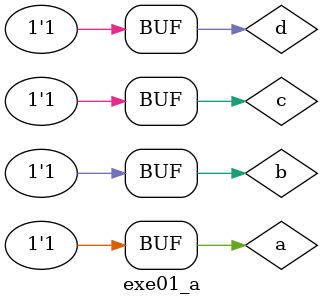
<source format=v>
/** 
Preparacao 01 - A 
Aluna: Izadora Galarza Alves
*/ 

module SoP (output s, input a
,input b
, input c
,input d);

assign s= (~a & ~b & c & ~d) // 2
        | (~a & b & c & ~d) // 6
        | (~a & b & c & d) //7
        | (a & b & ~c & ~d) //12
        | (a & b & c & ~d) //14
        | (a & b & c & d); //15
endmodule

module exe01_a;

reg a,b,c,d;
wire s;

SoP SOP1 (s,a,b,c,d);

initial
begin : start
 
 a= 1'bx; b = 1'bx; c= 1'bx; d=1'bx;
end


initial 
begin: main
// identificacao
$display("Exercicio 1 - A - Izadora Galarza Alves");
$display("Test boolean expression");
// monitoramento
$display("a b c d = s");
$monitor("%2b %2b %2b %2b = %2b", a,b,c,d,s );
// sinalizacao
 #1 a=0; b=0; c=0; d=0;  // m0
  #1 a=0; b=0; c=0; d=1;  // m1
  #1 a=0; b=0; c=1; d=0;  // m2 
  #1 a=0; b=0; c=1; d=1;  // m3
  #1 a=0; b=1; c=0; d=0;  // m4
  #1 a=0; b=1; c=0; d=1;  // m5
  #1 a=0; b=1; c=1; d=0;  // m6
  #1 a=0; b=1; c=1; d=1;  // m7 
  #1 a=1; b=0; c=0; d=0;  // m8
  #1 a=1; b=0; c=0; d=1;  // m9
  #1 a=1; b=0; c=1; d=0;  // m10
  #1 a=1; b=0; c=1; d=1;  // m11
  #1 a=1; b=1; c=0; d=0;  // m12 
  #1 a=1; b=1; c=0; d=1;  // m13
  #1 a=1; b=1; c=1; d=0;  // m14 
  #1 a=1; b=1; c=1; d=1;  // m15 
end
endmodule
</source>
